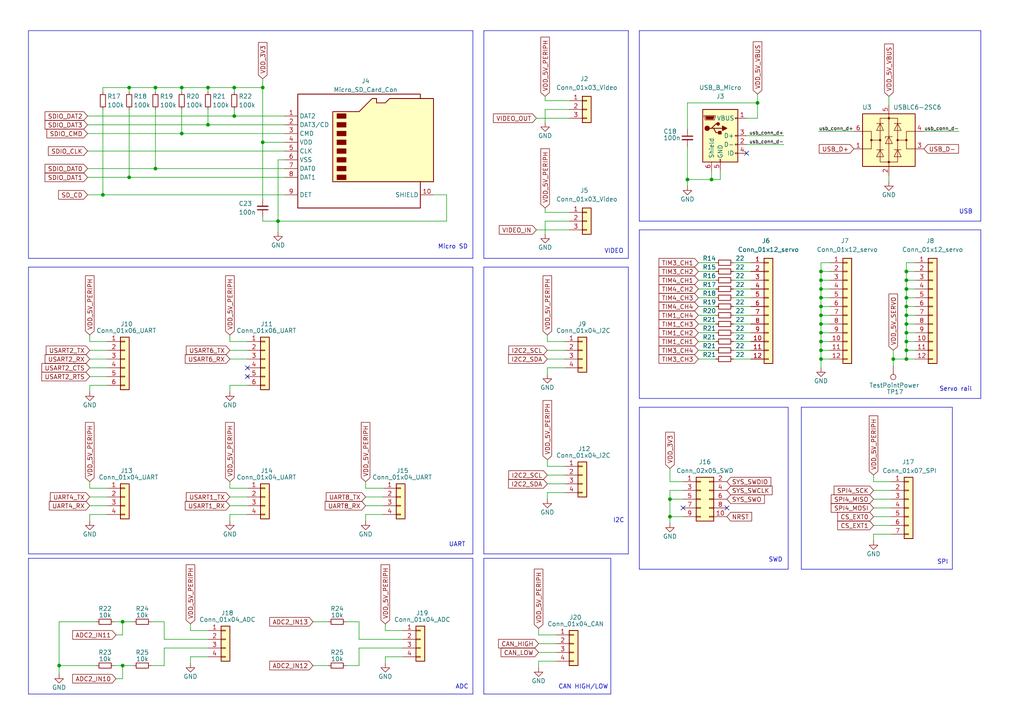
<source format=kicad_sch>
(kicad_sch (version 20230121) (generator eeschema)
  (paper "A4")
  (title_block (title "Royal Penguin") (date "2023-05-23") (rev "2.0"))
  (lib_symbols
    (symbol "Connector:Micro_SD_Card_Det1"
      (property "Reference" "J" (at -16.51 17.78 0))
      (property "Value" "Micro_SD_Card_Det1" (at 16.51 17.78 0))
      (symbol "Micro_SD_Card_Det1_1_1"
        (pin bidirectional line (at -22.86 10.16 0) (length 3.81) (name "DAT2") (number "1"))
        (pin passive line (at 20.32 -12.7 180) (length 3.81) (name "SHIELD") (number "10"))
        (pin bidirectional line (at -22.86 7.62 0) (length 3.81) (name "DAT3/CD") (number "2"))
        (pin input line (at -22.86 5.08 0) (length 3.81) (name "CMD") (number "3"))
        (pin power_in line (at -22.86 2.54 0) (length 3.81) (name "VDD") (number "4"))
        (pin input line (at -22.86 0 0) (length 3.81) (name "CLK") (number "5"))
        (pin power_in line (at -22.86 -2.54 0) (length 3.81) (name "VSS") (number "6"))
        (pin bidirectional line (at -22.86 -5.08 0) (length 3.81) (name "DAT0") (number "7"))
        (pin bidirectional line (at -22.86 -7.62 0) (length 3.81) (name "DAT1") (number "8"))
        (pin passive line (at -22.86 -12.7 0) (length 3.81) (name "DET") (number "9"))
      )
    )
    (symbol "Connector:TestPoint" (pin_numbers hide) (pin_names (offset 0.762) hide)
      (property "Reference" "TP" (at 0 6.858 0))
      (property "Value" "TestPoint" (at 0 5.08 0))
      (symbol "TestPoint_1_1"
        (pin passive line (at 0 0 90) (length 2.54) (name "1") (number "1"))
      )
    )
    (symbol "Connector:USB_B_Micro" (pin_names (offset 1.016))
      (property "Reference" "J" (at -5.08 11.43 0))
      (property "Value" "USB_B_Micro" (at -5.08 8.89 0))
      (symbol "USB_B_Micro_1_1"
        (pin power_out line (at 7.62 5.08 180) (length 2.54) (name "VBUS") (number "1"))
        (pin bidirectional line (at 7.62 -2.54 180) (length 2.54) (name "D-") (number "2"))
        (pin bidirectional line (at 7.62 0 180) (length 2.54) (name "D+") (number "3"))
        (pin passive line (at 7.62 -5.08 180) (length 2.54) (name "ID") (number "4"))
        (pin power_out line (at 0 -10.16 90) (length 2.54) (name "GND") (number "5"))
        (pin passive line (at -2.54 -10.16 90) (length 2.54) (name "Shield") (number "6"))
      )
    )
    (symbol "Connector_Generic:Conn_01x03" (pin_names (offset 1.016) hide)
      (property "Reference" "J" (at 0 5.08 0))
      (property "Value" "Conn_01x03" (at 0 -5.08 0))
      (symbol "Conn_01x03_1_1"
        (pin passive line (at -5.08 2.54 0) (length 3.81) (name "Pin_1") (number "1"))
        (pin passive line (at -5.08 0 0) (length 3.81) (name "Pin_2") (number "2"))
        (pin passive line (at -5.08 -2.54 0) (length 3.81) (name "Pin_3") (number "3"))
      )
    )
    (symbol "Connector_Generic:Conn_01x04" (pin_names (offset 1.016) hide)
      (property "Reference" "J" (at 0 5.08 0))
      (property "Value" "Conn_01x04" (at 0 -7.62 0))
      (symbol "Conn_01x04_1_1"
        (pin passive line (at -5.08 2.54 0) (length 3.81) (name "Pin_1") (number "1"))
        (pin passive line (at -5.08 0 0) (length 3.81) (name "Pin_2") (number "2"))
        (pin passive line (at -5.08 -2.54 0) (length 3.81) (name "Pin_3") (number "3"))
        (pin passive line (at -5.08 -5.08 0) (length 3.81) (name "Pin_4") (number "4"))
      )
    )
    (symbol "Connector_Generic:Conn_01x06" (pin_names (offset 1.016) hide)
      (property "Reference" "J" (at 0 7.62 0))
      (property "Value" "Conn_01x06" (at 0 -10.16 0))
      (symbol "Conn_01x06_1_1"
        (pin passive line (at -5.08 5.08 0) (length 3.81) (name "Pin_1") (number "1"))
        (pin passive line (at -5.08 2.54 0) (length 3.81) (name "Pin_2") (number "2"))
        (pin passive line (at -5.08 0 0) (length 3.81) (name "Pin_3") (number "3"))
        (pin passive line (at -5.08 -2.54 0) (length 3.81) (name "Pin_4") (number "4"))
        (pin passive line (at -5.08 -5.08 0) (length 3.81) (name "Pin_5") (number "5"))
        (pin passive line (at -5.08 -7.62 0) (length 3.81) (name "Pin_6") (number "6"))
      )
    )
    (symbol "Connector_Generic:Conn_01x07" (pin_names (offset 1.016) hide)
      (property "Reference" "J" (at 0 10.16 0))
      (property "Value" "Conn_01x07" (at 0 -10.16 0))
      (symbol "Conn_01x07_1_1"
        (pin passive line (at -5.08 7.62 0) (length 3.81) (name "Pin_1") (number "1"))
        (pin passive line (at -5.08 5.08 0) (length 3.81) (name "Pin_2") (number "2"))
        (pin passive line (at -5.08 2.54 0) (length 3.81) (name "Pin_3") (number "3"))
        (pin passive line (at -5.08 0 0) (length 3.81) (name "Pin_4") (number "4"))
        (pin passive line (at -5.08 -2.54 0) (length 3.81) (name "Pin_5") (number "5"))
        (pin passive line (at -5.08 -5.08 0) (length 3.81) (name "Pin_6") (number "6"))
        (pin passive line (at -5.08 -7.62 0) (length 3.81) (name "Pin_7") (number "7"))
      )
    )
    (symbol "Connector_Generic:Conn_01x12" (pin_names (offset 1.016) hide)
      (property "Reference" "J" (at 0 15.24 0))
      (property "Value" "Conn_01x12" (at 0 -17.78 0))
      (symbol "Conn_01x12_1_1"
        (pin passive line (at -5.08 12.7 0) (length 3.81) (name "Pin_1") (number "1"))
        (pin passive line (at -5.08 -10.16 0) (length 3.81) (name "Pin_10") (number "10"))
        (pin passive line (at -5.08 -12.7 0) (length 3.81) (name "Pin_11") (number "11"))
        (pin passive line (at -5.08 -15.24 0) (length 3.81) (name "Pin_12") (number "12"))
        (pin passive line (at -5.08 10.16 0) (length 3.81) (name "Pin_2") (number "2"))
        (pin passive line (at -5.08 7.62 0) (length 3.81) (name "Pin_3") (number "3"))
        (pin passive line (at -5.08 5.08 0) (length 3.81) (name "Pin_4") (number "4"))
        (pin passive line (at -5.08 2.54 0) (length 3.81) (name "Pin_5") (number "5"))
        (pin passive line (at -5.08 0 0) (length 3.81) (name "Pin_6") (number "6"))
        (pin passive line (at -5.08 -2.54 0) (length 3.81) (name "Pin_7") (number "7"))
        (pin passive line (at -5.08 -5.08 0) (length 3.81) (name "Pin_8") (number "8"))
        (pin passive line (at -5.08 -7.62 0) (length 3.81) (name "Pin_9") (number "9"))
      )
    )
    (symbol "Connector_Generic:Conn_02x05_Odd_Even" (pin_names (offset 1.016) hide)
      (property "Reference" "J" (at 1.27 7.62 0))
      (property "Value" "Conn_02x05_Odd_Even" (at 1.27 -7.62 0))
      (symbol "Conn_02x05_Odd_Even_1_1"
        (pin passive line (at -5.08 5.08 0) (length 3.81) (name "Pin_1") (number "1"))
        (pin passive line (at 7.62 -5.08 180) (length 3.81) (name "Pin_10") (number "10"))
        (pin passive line (at 7.62 5.08 180) (length 3.81) (name "Pin_2") (number "2"))
        (pin passive line (at -5.08 2.54 0) (length 3.81) (name "Pin_3") (number "3"))
        (pin passive line (at 7.62 2.54 180) (length 3.81) (name "Pin_4") (number "4"))
        (pin passive line (at -5.08 0 0) (length 3.81) (name "Pin_5") (number "5"))
        (pin passive line (at 7.62 0 180) (length 3.81) (name "Pin_6") (number "6"))
        (pin passive line (at -5.08 -2.54 0) (length 3.81) (name "Pin_7") (number "7"))
        (pin passive line (at 7.62 -2.54 180) (length 3.81) (name "Pin_8") (number "8"))
        (pin passive line (at -5.08 -5.08 0) (length 3.81) (name "Pin_9") (number "9"))
      )
    )
    (symbol "Device:C_Small" (pin_numbers hide) (pin_names (offset 0.254) hide)
      (property "Reference" "C" (at 0.254 1.778 0))
      (property "Value" "C_Small" (at 0.254 -2.032 0))
      (symbol "C_Small_1_1"
        (pin passive line (at 0 2.54 270) (length 2.032) (name "~") (number "1"))
        (pin passive line (at 0 -2.54 90) (length 2.032) (name "~") (number "2"))
      )
    )
    (symbol "Device:R_Small" (pin_numbers hide) (pin_names (offset 0.254) hide)
      (property "Reference" "R" (at 0.762 0.508 0))
      (property "Value" "R_Small" (at 0.762 -1.016 0))
      (symbol "R_Small_1_1"
        (pin passive line (at 0 2.54 270) (length 0.762) (name "~") (number "1"))
        (pin passive line (at 0 -2.54 90) (length 0.762) (name "~") (number "2"))
      )
    )
    (symbol "Power_Protection:USBLC6-2SC6" (pin_names hide)
      (property "Reference" "U" (at 2.54 8.89 0))
      (property "Value" "USBLC6-2SC6" (at 2.54 -8.89 0))
      (symbol "USBLC6-2SC6_1_1"
        (pin passive line (at -10.16 -2.54 0) (length 2.54) (name "I/O1") (number "1"))
        (pin passive line (at 0 -10.16 90) (length 2.54) (name "GND") (number "2"))
        (pin passive line (at 10.16 -2.54 180) (length 2.54) (name "I/O2") (number "3"))
        (pin passive line (at 10.16 2.54 180) (length 2.54) (name "I/O2") (number "4"))
        (pin passive line (at 0 10.16 270) (length 2.54) (name "VBUS") (number "5"))
        (pin passive line (at -10.16 2.54 0) (length 2.54) (name "I/O1") (number "6"))
      )
    )
    (symbol "power:GND" (power) (pin_names (offset 0))
      (property "Value" "GND" (at 0 -3.81 0))
      (symbol "GND_1_1"
        (pin power_in line (at 0 0 270) (length 0) hide (name "GND") (number "1"))
      )
    )
  )
  (junction (at 262.89 91.44))
  (junction (at 238.125 81.28))
  (junction (at 37.465 25.4))
  (junction (at 52.705 38.735))
  (junction (at 37.465 51.435))
  (junction (at 194.31 144.78))
  (junction (at 262.89 81.28))
  (junction (at 262.89 78.74))
  (junction (at 35.56 180.34))
  (junction (at 238.125 86.36))
  (junction (at 76.2 41.275))
  (junction (at 35.56 193.04))
  (junction (at 194.31 149.86))
  (junction (at 219.71 29.845))
  (junction (at 206.375 52.07))
  (junction (at 262.89 86.36))
  (junction (at 262.89 88.9))
  (junction (at 238.125 91.44))
  (junction (at 45.085 48.895))
  (junction (at 262.89 83.82))
  (junction (at 238.125 83.82))
  (junction (at 60.325 36.195))
  (junction (at 259.08 104.14))
  (junction (at 52.705 25.4))
  (junction (at 262.89 99.06))
  (junction (at 262.89 93.98))
  (junction (at 238.125 104.14))
  (junction (at 238.125 93.98))
  (junction (at 238.125 101.6))
  (junction (at 262.89 101.6))
  (junction (at 60.325 25.4))
  (junction (at 199.39 52.07))
  (junction (at 238.125 96.52))
  (junction (at 80.645 64.135))
  (junction (at 67.945 33.655))
  (junction (at 238.125 88.9))
  (junction (at 238.125 78.74))
  (junction (at 67.945 25.4))
  (junction (at 29.845 56.515))
  (junction (at 262.89 96.52))
  (junction (at 238.125 99.06))
  (junction (at 262.89 104.14))
  (junction (at 17.145 193.04))
  (junction (at 45.085 25.4))
  (junction (at 76.2 25.4))
  (no_connect (at 71.755 106.68))
  (no_connect (at 216.535 44.45))
  (no_connect (at 71.755 109.22))
  (no_connect (at 210.82 147.32))
  (no_connect (at 198.12 147.32))
  (polyline (pts (xy 185.42 118.11) (xy 228.6 118.11)))
  (wire (pts (xy 202.565 104.14) (xy 207.645 104.14)))
  (wire (pts (xy 240.665 78.74) (xy 238.125 78.74)))
  (wire (pts (xy 111.76 190.5) (xy 111.76 192.405)))
  (wire (pts (xy 26.035 149.225) (xy 26.035 151.13)))
  (wire (pts (xy 262.89 86.36) (xy 265.43 86.36)))
  (wire (pts (xy 194.31 144.78) (xy 198.12 144.78)))
  (wire (pts (xy 33.655 196.85) (xy 35.56 196.85)))
  (wire (pts (xy 106.045 139.7) (xy 106.045 141.605)))
  (polyline (pts (xy 8.255 161.925) (xy 137.16 161.925)))
  (wire (pts (xy 158.115 29.21) (xy 165.1 29.21)))
  (wire (pts (xy 262.89 86.36) (xy 262.89 88.9)))
  (wire (pts (xy 212.725 81.28) (xy 217.805 81.28)))
  (wire (pts (xy 25.4 43.815) (xy 82.55 43.815)))
  (wire (pts (xy 194.31 149.86) (xy 198.12 149.86)))
  (wire (pts (xy 25.4 56.515) (xy 29.845 56.515)))
  (wire (pts (xy 156.21 191.77) (xy 156.21 193.675)))
  (wire (pts (xy 238.125 104.14) (xy 238.125 106.68)))
  (wire (pts (xy 202.565 91.44) (xy 207.645 91.44)))
  (wire (pts (xy 67.945 25.4) (xy 67.945 26.67)))
  (wire (pts (xy 66.675 141.605) (xy 71.755 141.605)))
  (wire (pts (xy 262.89 104.14) (xy 265.43 104.14)))
  (wire (pts (xy 238.125 101.6) (xy 240.665 101.6)))
  (wire (pts (xy 29.845 31.75) (xy 29.845 56.515)))
  (wire (pts (xy 219.71 29.845) (xy 199.39 29.845)))
  (wire (pts (xy 238.125 78.74) (xy 238.125 81.28)))
  (wire (pts (xy 202.565 81.28) (xy 207.645 81.28)))
  (wire (pts (xy 35.56 193.04) (xy 38.735 193.04)))
  (polyline (pts (xy 177.165 161.925) (xy 177.165 201.295)))
  (wire (pts (xy 165.1 64.135) (xy 158.115 64.135)))
  (wire (pts (xy 37.465 31.75) (xy 37.465 51.435)))
  (wire (pts (xy 158.75 104.14) (xy 163.83 104.14)))
  (wire (pts (xy 238.125 91.44) (xy 240.665 91.44)))
  (wire (pts (xy 219.71 27.305) (xy 219.71 29.845)))
  (wire (pts (xy 212.725 78.74) (xy 217.805 78.74)))
  (wire (pts (xy 156.21 189.23) (xy 161.29 189.23)))
  (wire (pts (xy 212.725 91.44) (xy 217.805 91.44)))
  (wire (pts (xy 262.89 99.06) (xy 265.43 99.06)))
  (wire (pts (xy 253.365 139.7) (xy 258.445 139.7)))
  (wire (pts (xy 35.56 180.34) (xy 38.735 180.34)))
  (polyline (pts (xy 182.245 77.47) (xy 182.245 160.655)))
  (wire (pts (xy 52.705 38.735) (xy 82.55 38.735)))
  (wire (pts (xy 238.125 104.14) (xy 240.665 104.14)))
  (wire (pts (xy 66.675 144.145) (xy 71.755 144.145)))
  (wire (pts (xy 26.035 111.76) (xy 26.035 113.665)))
  (wire (pts (xy 238.125 91.44) (xy 238.125 93.98)))
  (wire (pts (xy 106.045 149.225) (xy 106.045 151.13)))
  (wire (pts (xy 35.56 180.34) (xy 35.56 184.15)))
  (wire (pts (xy 104.14 193.04) (xy 100.33 193.04)))
  (wire (pts (xy 60.325 25.4) (xy 52.705 25.4)))
  (wire (pts (xy 238.125 99.06) (xy 238.125 101.6)))
  (wire (pts (xy 25.4 33.655) (xy 67.945 33.655)))
  (wire (pts (xy 257.81 50.8) (xy 257.81 52.705)))
  (wire (pts (xy 212.725 96.52) (xy 217.805 96.52)))
  (wire (pts (xy 194.31 144.78) (xy 194.31 149.86)))
  (wire (pts (xy 47.625 185.42) (xy 60.325 185.42)))
  (wire (pts (xy 158.75 106.68) (xy 158.75 108.585)))
  (wire (pts (xy 47.625 187.96) (xy 47.625 193.04)))
  (wire (pts (xy 202.565 76.2) (xy 207.645 76.2)))
  (wire (pts (xy 29.845 56.515) (xy 82.55 56.515)))
  (wire (pts (xy 238.125 86.36) (xy 240.665 86.36)))
  (wire (pts (xy 202.565 83.82) (xy 207.645 83.82)))
  (wire (pts (xy 202.565 96.52) (xy 207.645 96.52)))
  (wire (pts (xy 253.365 144.78) (xy 258.445 144.78)))
  (wire (pts (xy 90.805 193.04) (xy 95.25 193.04)))
  (polyline (pts (xy 228.6 165.1) (xy 185.42 165.1)))
  (wire (pts (xy 158.75 133.35) (xy 158.75 135.255)))
  (wire (pts (xy 158.115 27.94) (xy 158.115 29.21)))
  (wire (pts (xy 278.13 38.1) (xy 267.97 38.1)))
  (wire (pts (xy 158.115 64.135) (xy 158.115 67.945)))
  (wire (pts (xy 66.675 99.06) (xy 71.755 99.06)))
  (wire (pts (xy 47.625 193.04) (xy 43.815 193.04)))
  (wire (pts (xy 111.76 182.88) (xy 116.84 182.88)))
  (wire (pts (xy 238.125 81.28) (xy 238.125 83.82)))
  (wire (pts (xy 238.125 93.98) (xy 240.665 93.98)))
  (wire (pts (xy 26.035 99.06) (xy 31.115 99.06)))
  (wire (pts (xy 206.375 52.07) (xy 208.915 52.07)))
  (wire (pts (xy 82.55 41.275) (xy 76.2 41.275)))
  (wire (pts (xy 257.81 27.94) (xy 257.81 30.48)))
  (wire (pts (xy 253.365 152.4) (xy 258.445 152.4)))
  (wire (pts (xy 60.325 31.75) (xy 60.325 36.195)))
  (wire (pts (xy 129.54 64.135) (xy 129.54 56.515)))
  (wire (pts (xy 238.125 76.2) (xy 238.125 78.74)))
  (wire (pts (xy 90.805 180.34) (xy 95.25 180.34)))
  (wire (pts (xy 158.75 101.6) (xy 163.83 101.6)))
  (wire (pts (xy 76.2 22.86) (xy 76.2 25.4)))
  (wire (pts (xy 76.2 25.4) (xy 67.945 25.4)))
  (polyline (pts (xy 185.42 64.135) (xy 284.48 64.135)))
  (wire (pts (xy 253.365 137.795) (xy 253.365 139.7)))
  (wire (pts (xy 238.125 88.9) (xy 238.125 91.44)))
  (wire (pts (xy 80.645 64.135) (xy 80.645 67.31)))
  (wire (pts (xy 26.035 139.7) (xy 26.035 141.605)))
  (wire (pts (xy 26.035 97.155) (xy 26.035 99.06)))
  (wire (pts (xy 199.39 42.545) (xy 199.39 52.07)))
  (wire (pts (xy 216.535 41.91) (xy 227.33 41.91)))
  (polyline (pts (xy 140.335 160.655) (xy 140.335 77.47)))
  (wire (pts (xy 259.08 101.6) (xy 259.08 104.14)))
  (wire (pts (xy 194.31 139.7) (xy 198.12 139.7)))
  (wire (pts (xy 31.115 149.225) (xy 26.035 149.225)))
  (wire (pts (xy 104.14 187.96) (xy 104.14 193.04)))
  (wire (pts (xy 25.4 48.895) (xy 45.085 48.895)))
  (wire (pts (xy 45.085 25.4) (xy 45.085 26.67)))
  (wire (pts (xy 66.675 149.225) (xy 66.675 151.13)))
  (wire (pts (xy 71.755 149.225) (xy 66.675 149.225)))
  (polyline (pts (xy 284.48 8.89) (xy 284.48 64.135)))
  (wire (pts (xy 158.75 137.795) (xy 163.83 137.795)))
  (wire (pts (xy 216.535 39.37) (xy 227.33 39.37)))
  (wire (pts (xy 67.945 33.655) (xy 82.55 33.655)))
  (polyline (pts (xy 137.16 77.47) (xy 137.16 160.655)))
  (wire (pts (xy 26.035 146.685) (xy 31.115 146.685)))
  (wire (pts (xy 26.035 104.14) (xy 31.115 104.14)))
  (polyline (pts (xy 140.335 161.925) (xy 140.335 201.295)))
  (wire (pts (xy 80.645 64.135) (xy 129.54 64.135)))
  (wire (pts (xy 52.705 31.75) (xy 52.705 38.735)))
  (wire (pts (xy 206.375 49.53) (xy 206.375 52.07)))
  (wire (pts (xy 212.725 104.14) (xy 217.805 104.14)))
  (polyline (pts (xy 8.255 77.47) (xy 137.16 77.47)))
  (wire (pts (xy 238.125 101.6) (xy 238.125 104.14)))
  (wire (pts (xy 104.14 185.42) (xy 116.84 185.42)))
  (wire (pts (xy 66.675 139.7) (xy 66.675 141.605)))
  (wire (pts (xy 33.02 193.04) (xy 35.56 193.04)))
  (wire (pts (xy 47.625 187.96) (xy 60.325 187.96)))
  (wire (pts (xy 202.565 93.98) (xy 207.645 93.98)))
  (wire (pts (xy 66.675 111.76) (xy 66.675 113.665)))
  (polyline (pts (xy 137.16 74.93) (xy 137.16 8.89)))
  (polyline (pts (xy 232.41 118.11) (xy 276.225 118.11)))
  (wire (pts (xy 202.565 101.6) (xy 207.645 101.6)))
  (wire (pts (xy 158.75 99.06) (xy 163.83 99.06)))
  (polyline (pts (xy 140.335 8.89) (xy 140.335 74.93)))
  (polyline (pts (xy 182.245 74.93) (xy 140.335 74.93)))
  (wire (pts (xy 26.035 141.605) (xy 31.115 141.605)))
  (polyline (pts (xy 140.335 161.925) (xy 177.165 161.925)))
  (wire (pts (xy 262.89 101.6) (xy 262.89 104.14)))
  (wire (pts (xy 37.465 25.4) (xy 29.845 25.4)))
  (wire (pts (xy 202.565 86.36) (xy 207.645 86.36)))
  (wire (pts (xy 212.725 83.82) (xy 217.805 83.82)))
  (wire (pts (xy 45.085 31.75) (xy 45.085 48.895)))
  (wire (pts (xy 37.465 25.4) (xy 37.465 26.67)))
  (wire (pts (xy 76.2 41.275) (xy 76.2 57.785)))
  (wire (pts (xy 262.89 91.44) (xy 265.43 91.44)))
  (wire (pts (xy 238.125 81.28) (xy 240.665 81.28)))
  (wire (pts (xy 66.675 104.14) (xy 71.755 104.14)))
  (wire (pts (xy 26.035 101.6) (xy 31.115 101.6)))
  (polyline (pts (xy 8.255 161.925) (xy 8.255 201.295)))
  (wire (pts (xy 55.245 190.5) (xy 55.245 192.405)))
  (wire (pts (xy 238.125 96.52) (xy 238.125 99.06)))
  (wire (pts (xy 247.65 38.1) (xy 237.49 38.1)))
  (wire (pts (xy 265.43 76.2) (xy 262.89 76.2)))
  (polyline (pts (xy 232.41 165.1) (xy 276.225 165.1)))
  (wire (pts (xy 262.89 88.9) (xy 262.89 91.44)))
  (polyline (pts (xy 177.165 201.295) (xy 140.335 201.295)))
  (polyline (pts (xy 232.41 165.1) (xy 232.41 118.11)))
  (polyline (pts (xy 185.42 8.89) (xy 284.48 8.89)))
  (wire (pts (xy 55.245 180.975) (xy 55.245 182.88)))
  (wire (pts (xy 71.755 111.76) (xy 66.675 111.76)))
  (wire (pts (xy 156.21 184.15) (xy 161.29 184.15)))
  (wire (pts (xy 80.645 46.355) (xy 80.645 64.135)))
  (wire (pts (xy 161.29 191.77) (xy 156.21 191.77)))
  (polyline (pts (xy 8.255 8.89) (xy 8.255 74.93)))
  (wire (pts (xy 158.115 61.595) (xy 165.1 61.595)))
  (wire (pts (xy 194.31 142.24) (xy 194.31 144.78)))
  (polyline (pts (xy 185.42 64.135) (xy 185.42 8.89)))
  (wire (pts (xy 60.325 36.195) (xy 82.55 36.195)))
  (wire (pts (xy 29.845 25.4) (xy 29.845 26.67)))
  (polyline (pts (xy 137.16 8.89) (xy 8.255 8.89)))
  (wire (pts (xy 212.725 88.9) (xy 217.805 88.9)))
  (wire (pts (xy 262.89 96.52) (xy 262.89 99.06)))
  (wire (pts (xy 66.675 97.155) (xy 66.675 99.06)))
  (wire (pts (xy 198.12 142.24) (xy 194.31 142.24)))
  (polyline (pts (xy 284.48 115.57) (xy 185.42 115.57)))
  (wire (pts (xy 17.145 180.34) (xy 17.145 193.04)))
  (wire (pts (xy 155.575 66.675) (xy 165.1 66.675)))
  (wire (pts (xy 47.625 185.42) (xy 47.625 180.34)))
  (polyline (pts (xy 140.335 8.89) (xy 182.245 8.89)))
  (wire (pts (xy 106.045 144.145) (xy 111.125 144.145)))
  (wire (pts (xy 262.89 99.06) (xy 262.89 101.6)))
  (wire (pts (xy 265.43 78.74) (xy 262.89 78.74)))
  (wire (pts (xy 199.39 52.07) (xy 206.375 52.07)))
  (wire (pts (xy 55.245 182.88) (xy 60.325 182.88)))
  (wire (pts (xy 212.725 93.98) (xy 217.805 93.98)))
  (wire (pts (xy 17.145 193.04) (xy 27.94 193.04)))
  (wire (pts (xy 262.89 96.52) (xy 265.43 96.52)))
  (wire (pts (xy 212.725 101.6) (xy 217.805 101.6)))
  (wire (pts (xy 262.89 93.98) (xy 265.43 93.98)))
  (wire (pts (xy 116.84 190.5) (xy 111.76 190.5)))
  (wire (pts (xy 52.705 25.4) (xy 45.085 25.4)))
  (wire (pts (xy 104.14 185.42) (xy 104.14 180.34)))
  (wire (pts (xy 262.89 81.28) (xy 262.89 83.82)))
  (wire (pts (xy 199.39 29.845) (xy 199.39 37.465)))
  (wire (pts (xy 262.89 83.82) (xy 265.43 83.82)))
  (wire (pts (xy 199.39 52.07) (xy 199.39 53.975)))
  (wire (pts (xy 45.085 25.4) (xy 37.465 25.4)))
  (wire (pts (xy 253.365 147.32) (xy 258.445 147.32)))
  (wire (pts (xy 262.89 78.74) (xy 262.89 81.28)))
  (polyline (pts (xy 8.255 77.47) (xy 8.255 160.655)))
  (wire (pts (xy 31.115 111.76) (xy 26.035 111.76)))
  (wire (pts (xy 37.465 51.435) (xy 82.55 51.435)))
  (wire (pts (xy 111.125 149.225) (xy 106.045 149.225)))
  (wire (pts (xy 158.75 142.875) (xy 158.75 144.78)))
  (polyline (pts (xy 140.335 77.47) (xy 182.245 77.47)))
  (wire (pts (xy 66.675 146.685) (xy 71.755 146.685)))
  (wire (pts (xy 238.125 83.82) (xy 240.665 83.82)))
  (wire (pts (xy 158.75 135.255) (xy 163.83 135.255)))
  (wire (pts (xy 262.89 91.44) (xy 262.89 93.98)))
  (wire (pts (xy 262.89 81.28) (xy 265.43 81.28)))
  (wire (pts (xy 238.125 93.98) (xy 238.125 96.52)))
  (polyline (pts (xy 137.16 201.295) (xy 8.255 201.295)))
  (wire (pts (xy 52.705 25.4) (xy 52.705 26.67)))
  (polyline (pts (xy 185.42 118.11) (xy 185.42 165.1)))
  (polyline (pts (xy 284.48 66.675) (xy 284.48 115.57)))
  (wire (pts (xy 156.21 186.69) (xy 161.29 186.69)))
  (polyline (pts (xy 137.16 161.925) (xy 137.16 201.295)))
  (wire (pts (xy 238.125 99.06) (xy 240.665 99.06)))
  (wire (pts (xy 194.31 149.86) (xy 194.31 151.765)))
  (wire (pts (xy 238.125 83.82) (xy 238.125 86.36)))
  (polyline (pts (xy 140.335 160.655) (xy 182.245 160.655)))
  (wire (pts (xy 212.725 99.06) (xy 217.805 99.06)))
  (wire (pts (xy 67.945 25.4) (xy 60.325 25.4)))
  (wire (pts (xy 80.645 64.135) (xy 76.2 64.135)))
  (wire (pts (xy 111.76 180.975) (xy 111.76 182.88)))
  (wire (pts (xy 67.945 31.75) (xy 67.945 33.655)))
  (wire (pts (xy 253.365 142.24) (xy 258.445 142.24)))
  (wire (pts (xy 158.75 97.155) (xy 158.75 99.06)))
  (polyline (pts (xy 228.6 118.11) (xy 228.6 165.1)))
  (wire (pts (xy 262.89 83.82) (xy 262.89 86.36)))
  (wire (pts (xy 47.625 180.34) (xy 43.815 180.34)))
  (wire (pts (xy 202.565 99.06) (xy 207.645 99.06)))
  (wire (pts (xy 262.89 88.9) (xy 265.43 88.9)))
  (polyline (pts (xy 182.245 8.89) (xy 182.245 74.93)))
  (wire (pts (xy 212.725 76.2) (xy 217.805 76.2)))
  (polyline (pts (xy 185.42 66.675) (xy 185.42 115.57)))
  (wire (pts (xy 165.1 31.75) (xy 158.115 31.75)))
  (wire (pts (xy 106.045 146.685) (xy 111.125 146.685)))
  (wire (pts (xy 25.4 51.435) (xy 37.465 51.435)))
  (wire (pts (xy 238.125 96.52) (xy 240.665 96.52)))
  (wire (pts (xy 208.915 49.53) (xy 208.915 52.07)))
  (wire (pts (xy 262.89 93.98) (xy 262.89 96.52)))
  (wire (pts (xy 104.14 180.34) (xy 100.33 180.34)))
  (wire (pts (xy 17.145 193.04) (xy 17.145 195.58)))
  (wire (pts (xy 158.115 60.325) (xy 158.115 61.595)))
  (wire (pts (xy 25.4 36.195) (xy 60.325 36.195)))
  (wire (pts (xy 25.4 38.735) (xy 52.705 38.735)))
  (wire (pts (xy 202.565 78.74) (xy 207.645 78.74)))
  (wire (pts (xy 258.445 154.94) (xy 253.365 154.94)))
  (wire (pts (xy 106.045 141.605) (xy 111.125 141.605)))
  (wire (pts (xy 262.89 76.2) (xy 262.89 78.74)))
  (wire (pts (xy 35.56 193.04) (xy 35.56 196.85)))
  (wire (pts (xy 259.08 104.14) (xy 259.08 106.045)))
  (wire (pts (xy 33.02 180.34) (xy 35.56 180.34)))
  (wire (pts (xy 240.665 76.2) (xy 238.125 76.2)))
  (wire (pts (xy 129.54 56.515) (xy 125.73 56.515)))
  (wire (pts (xy 26.035 109.22) (xy 31.115 109.22)))
  (wire (pts (xy 66.675 101.6) (xy 71.755 101.6)))
  (wire (pts (xy 216.535 34.29) (xy 219.71 34.29)))
  (wire (pts (xy 219.71 34.29) (xy 219.71 29.845)))
  (wire (pts (xy 253.365 154.94) (xy 253.365 156.845)))
  (wire (pts (xy 26.035 106.68) (xy 31.115 106.68)))
  (wire (pts (xy 238.125 88.9) (xy 240.665 88.9)))
  (polyline (pts (xy 8.255 74.93) (xy 137.16 74.93)))
  (wire (pts (xy 158.75 140.335) (xy 163.83 140.335)))
  (wire (pts (xy 202.565 88.9) (xy 207.645 88.9)))
  (polyline (pts (xy 137.16 160.655) (xy 8.255 160.655)))
  (wire (pts (xy 262.89 104.14) (xy 259.08 104.14)))
  (wire (pts (xy 163.83 142.875) (xy 158.75 142.875)))
  (polyline (pts (xy 276.225 118.11) (xy 276.225 165.1)))
  (wire (pts (xy 76.2 25.4) (xy 76.2 41.275)))
  (wire (pts (xy 26.035 144.145) (xy 31.115 144.145)))
  (wire (pts (xy 253.365 149.86) (xy 258.445 149.86)))
  (wire (pts (xy 194.31 135.89) (xy 194.31 139.7)))
  (wire (pts (xy 156.21 182.245) (xy 156.21 184.15)))
  (wire (pts (xy 262.89 101.6) (xy 265.43 101.6)))
  (wire (pts (xy 158.115 31.75) (xy 158.115 35.56)))
  (wire (pts (xy 163.83 106.68) (xy 158.75 106.68)))
  (wire (pts (xy 238.125 86.36) (xy 238.125 88.9)))
  (wire (pts (xy 27.94 180.34) (xy 17.145 180.34)))
  (wire (pts (xy 76.2 64.135) (xy 76.2 62.865)))
  (wire (pts (xy 45.085 48.895) (xy 82.55 48.895)))
  (wire (pts (xy 155.575 34.29) (xy 165.1 34.29)))
  (wire (pts (xy 60.325 25.4) (xy 60.325 26.67)))
  (wire (pts (xy 33.655 184.15) (xy 35.56 184.15)))
  (wire (pts (xy 212.725 86.36) (xy 217.805 86.36)))
  (polyline (pts (xy 185.42 66.675) (xy 284.48 66.675)))
  (wire (pts (xy 80.645 46.355) (xy 82.55 46.355)))
  (wire (pts (xy 104.14 187.96) (xy 116.84 187.96)))
  (wire (pts (xy 60.325 190.5) (xy 55.245 190.5)))
  (text "CAN HIGH/LOW" (at 161.925 200.025 0) (effects (font (size 1.27 1.27)) (justify left bottom)))
  (text "SPI" (at 271.78 163.83 0) (effects (font (size 1.27 1.27)) (justify left bottom)))
  (text "SWD" (at 222.885 163.195 0) (effects (font (size 1.27 1.27)) (justify left bottom)))
  (text "VIDEO" (at 175.26 73.66 0) (effects (font (size 1.27 1.27)) (justify left bottom)))
  (text "Servo rail" (at 272.415 113.665 0) (effects (font (size 1.27 1.27)) (justify left bottom)))
  (text "I2C" (at 177.8 151.765 0) (effects (font (size 1.27 1.27)) (justify left bottom)))
  (text "ADC" (at 132.08 200.025 0) (effects (font (size 1.27 1.27)) (justify left bottom)))
  (text "Micro SD" (at 127 72.39 0) (effects (font (size 1.27 1.27)) (justify left bottom)))
  (text "UART" (at 130.175 158.75 0) (effects (font (size 1.27 1.27)) (justify left bottom)))
  (text "USB" (at 278.13 62.23 0) (effects (font (size 1.27 1.27)) (justify left bottom)))
  (label "usb_conn_d-" (at 278.13 38.1 180) (effects (font (size 1 1))))
  (label "usb_conn_d-" (at 227.33 41.91 180) (effects (font (size 1 1))))
  (label "usb_conn_d+" (at 237.49 38.1 0) (effects (font (size 1 1))))
  (label "usb_conn_d+" (at 227.33 39.37 180) (effects (font (size 1 1))))
  (global_label "TIM4_CH3" (shape input) (at 202.565 86.36 180) (property "Intersheetrefs" "${INTERSHEET_REFS}" (effects hide)))
  (global_label "SYS_SWDIO" (shape input) (at 210.82 139.7 0) (property "Intersheetrefs" "${INTERSHEET_REFS}" (effects hide)))
  (global_label "I2C2_SCL" (shape input) (at 158.75 137.795 180) (property "Intersheetrefs" "${INTERSHEET_REFS}" (effects hide)))
  (global_label "VDD_5V_PERIPH" (shape input) (at 106.045 139.7 90) (property "Intersheetrefs" "${INTERSHEET_REFS}" (effects hide)))
  (global_label "SDIO_DAT0" (shape input) (at 25.4 48.895 180) (property "Intersheetrefs" "${INTERSHEET_REFS}" (effects hide)))
  (global_label "SYS_SWO" (shape input) (at 210.82 144.78 0) (property "Intersheetrefs" "${INTERSHEET_REFS}" (effects hide)))
  (global_label "UART4_RX" (shape input) (at 26.035 146.685 180) (property "Intersheetrefs" "${INTERSHEET_REFS}" (effects hide)))
  (global_label "TIM1_CH1" (shape input) (at 202.565 99.06 180) (property "Intersheetrefs" "${INTERSHEET_REFS}" (effects hide)))
  (global_label "USART2_RX" (shape input) (at 26.035 104.14 180) (property "Intersheetrefs" "${INTERSHEET_REFS}" (effects hide)))
  (global_label "TIM4_CH4" (shape input) (at 202.565 88.9 180) (property "Intersheetrefs" "${INTERSHEET_REFS}" (effects hide)))
  (global_label "UART4_TX" (shape input) (at 26.035 144.145 180) (property "Intersheetrefs" "${INTERSHEET_REFS}" (effects hide)))
  (global_label "SPI4_MOSI" (shape input) (at 253.365 147.32 180) (property "Intersheetrefs" "${INTERSHEET_REFS}" (effects hide)))
  (global_label "TIM4_CH1" (shape input) (at 202.565 81.28 180) (property "Intersheetrefs" "${INTERSHEET_REFS}" (effects hide)))
  (global_label "SPI4_MISO" (shape input) (at 253.365 144.78 180) (property "Intersheetrefs" "${INTERSHEET_REFS}" (effects hide)))
  (global_label "UART8_TX" (shape input) (at 106.045 144.145 180) (property "Intersheetrefs" "${INTERSHEET_REFS}" (effects hide)))
  (global_label "I2C2_SDA" (shape input) (at 158.75 104.14 180) (property "Intersheetrefs" "${INTERSHEET_REFS}" (effects hide)))
  (global_label "USART6_RX" (shape input) (at 66.675 104.14 180) (property "Intersheetrefs" "${INTERSHEET_REFS}" (effects hide)))
  (global_label "VDD_5V_PERIPH" (shape input) (at 111.76 180.975 90) (property "Intersheetrefs" "${INTERSHEET_REFS}" (effects hide)))
  (global_label "ADC2_IN13" (shape input) (at 90.805 180.34 180) (property "Intersheetrefs" "${INTERSHEET_REFS}" (effects hide)))
  (global_label "TIM4_CH2" (shape input) (at 202.565 83.82 180) (property "Intersheetrefs" "${INTERSHEET_REFS}" (effects hide)))
  (global_label "CAN_HIGH" (shape input) (at 156.21 186.69 180) (property "Intersheetrefs" "${INTERSHEET_REFS}" (effects hide)))
  (global_label "VDD_5V_PERIPH" (shape input) (at 158.115 27.94 90) (property "Intersheetrefs" "${INTERSHEET_REFS}" (effects hide)))
  (global_label "SDIO_CLK" (shape input) (at 25.4 43.815 180) (property "Intersheetrefs" "${INTERSHEET_REFS}" (effects hide)))
  (global_label "UART8_RX" (shape input) (at 106.045 146.685 180) (property "Intersheetrefs" "${INTERSHEET_REFS}" (effects hide)))
  (global_label "USART6_TX" (shape input) (at 66.675 101.6 180) (property "Intersheetrefs" "${INTERSHEET_REFS}" (effects hide)))
  (global_label "USART2_TX" (shape input) (at 26.035 101.6 180) (property "Intersheetrefs" "${INTERSHEET_REFS}" (effects hide)))
  (global_label "USB_D+" (shape input) (at 247.65 43.18 180) (property "Intersheetrefs" "${INTERSHEET_REFS}" (effects hide)))
  (global_label "VDD_5V_PERIPH" (shape input) (at 158.75 97.155 90) (property "Intersheetrefs" "${INTERSHEET_REFS}" (effects hide)))
  (global_label "VDD_5V_PERIPH" (shape input) (at 158.75 133.35 90) (property "Intersheetrefs" "${INTERSHEET_REFS}" (effects hide)))
  (global_label "VDD_5V_PERIPH" (shape input) (at 26.035 97.155 90) (property "Intersheetrefs" "${INTERSHEET_REFS}" (effects hide)))
  (global_label "VDD_5V_VBUS" (shape input) (at 257.81 27.94 90) (property "Intersheetrefs" "${INTERSHEET_REFS}" (effects hide)))
  (global_label "I2C2_SDA" (shape input) (at 158.75 140.335 180) (property "Intersheetrefs" "${INTERSHEET_REFS}" (effects hide)))
  (global_label "VDD_5V_PERIPH" (shape input) (at 26.035 139.7 90) (property "Intersheetrefs" "${INTERSHEET_REFS}" (effects hide)))
  (global_label "TIM1_CH3" (shape input) (at 202.565 93.98 180) (property "Intersheetrefs" "${INTERSHEET_REFS}" (effects hide)))
  (global_label "SYS_SWCLK" (shape input) (at 210.82 142.24 0) (property "Intersheetrefs" "${INTERSHEET_REFS}" (effects hide)))
  (global_label "SDIO_CMD" (shape input) (at 25.4 38.735 180) (property "Intersheetrefs" "${INTERSHEET_REFS}" (effects hide)))
  (global_label "SDIO_DAT3" (shape input) (at 25.4 36.195 180) (property "Intersheetrefs" "${INTERSHEET_REFS}" (effects hide)))
  (global_label "USART2_RTS" (shape input) (at 26.035 109.22 180) (property "Intersheetrefs" "${INTERSHEET_REFS}" (effects hide)))
  (global_label "USART1_TX" (shape input) (at 66.675 144.145 180) (property "Intersheetrefs" "${INTERSHEET_REFS}" (effects hide)))
  (global_label "VIDEO_IN" (shape input) (at 155.575 66.675 180) (property "Intersheetrefs" "${INTERSHEET_REFS}" (effects hide)))
  (global_label "VDD_5V_PERIPH" (shape input) (at 55.245 180.975 90) (property "Intersheetrefs" "${INTERSHEET_REFS}" (effects hide)))
  (global_label "VDD_5V_PERIPH" (shape input) (at 66.675 97.155 90) (property "Intersheetrefs" "${INTERSHEET_REFS}" (effects hide)))
  (global_label "TIM3_CH2" (shape input) (at 202.565 78.74 180) (property "Intersheetrefs" "${INTERSHEET_REFS}" (effects hide)))
  (global_label "TIM1_CH4" (shape input) (at 202.565 91.44 180) (property "Intersheetrefs" "${INTERSHEET_REFS}" (effects hide)))
  (global_label "TIM3_CH1" (shape input) (at 202.565 76.2 180) (property "Intersheetrefs" "${INTERSHEET_REFS}" (effects hide)))
  (global_label "VDD_5V_VBUS" (shape input) (at 219.71 27.305 90) (property "Intersheetrefs" "${INTERSHEET_REFS}" (effects hide)))
  (global_label "VDD_5V_PERIPH" (shape input) (at 156.21 182.245 90) (property "Intersheetrefs" "${INTERSHEET_REFS}" (effects hide)))
  (global_label "CS_EXT1" (shape input) (at 253.365 152.4 180) (property "Intersheetrefs" "${INTERSHEET_REFS}" (effects hide)))
  (global_label "TIM3_CH4" (shape input) (at 202.565 101.6 180) (property "Intersheetrefs" "${INTERSHEET_REFS}" (effects hide)))
  (global_label "USART2_CTS" (shape input) (at 26.035 106.68 180) (property "Intersheetrefs" "${INTERSHEET_REFS}" (effects hide)))
  (global_label "VDD_5V_SERVO" (shape input) (at 259.08 101.6 90) (property "Intersheetrefs" "${INTERSHEET_REFS}" (effects hide)))
  (global_label "SDIO_DAT1" (shape input) (at 25.4 51.435 180) (property "Intersheetrefs" "${INTERSHEET_REFS}" (effects hide)))
  (global_label "VDD_3V3" (shape input) (at 76.2 22.86 90) (property "Intersheetrefs" "${INTERSHEET_REFS}" (effects hide)))
  (global_label "TIM1_CH2" (shape input) (at 202.565 96.52 180) (property "Intersheetrefs" "${INTERSHEET_REFS}" (effects hide)))
  (global_label "VDD_5V_PERIPH" (shape input) (at 66.675 139.7 90) (property "Intersheetrefs" "${INTERSHEET_REFS}" (effects hide)))
  (global_label "SPI4_SCK" (shape input) (at 253.365 142.24 180) (property "Intersheetrefs" "${INTERSHEET_REFS}" (effects hide)))
  (global_label "ADC2_IN10" (shape input) (at 33.655 196.85 180) (property "Intersheetrefs" "${INTERSHEET_REFS}" (effects hide)))
  (global_label "SDIO_DAT2" (shape input) (at 25.4 33.655 180) (property "Intersheetrefs" "${INTERSHEET_REFS}" (effects hide)))
  (global_label "VDD_5V_PERIPH" (shape input) (at 253.365 137.795 90) (property "Intersheetrefs" "${INTERSHEET_REFS}" (effects hide)))
  (global_label "VDD_5V_PERIPH" (shape input) (at 158.115 60.325 90) (property "Intersheetrefs" "${INTERSHEET_REFS}" (effects hide)))
  (global_label "VIDEO_OUT" (shape input) (at 155.575 34.29 180) (property "Intersheetrefs" "${INTERSHEET_REFS}" (effects hide)))
  (global_label "TIM3_CH3" (shape input) (at 202.565 104.14 180) (property "Intersheetrefs" "${INTERSHEET_REFS}" (effects hide)))
  (global_label "USART1_RX" (shape input) (at 66.675 146.685 180) (property "Intersheetrefs" "${INTERSHEET_REFS}" (effects hide)))
  (global_label "ADC2_IN11" (shape input) (at 33.655 184.15 180) (property "Intersheetrefs" "${INTERSHEET_REFS}" (effects hide)))
  (global_label "USB_D-" (shape input) (at 267.97 43.18 0) (property "Intersheetrefs" "${INTERSHEET_REFS}" (effects hide)))
  (global_label "CAN_LOW" (shape input) (at 156.21 189.23 180) (property "Intersheetrefs" "${INTERSHEET_REFS}" (effects hide)))
  (global_label "NRST" (shape input) (at 210.82 149.86 0) (property "Intersheetrefs" "${INTERSHEET_REFS}" (effects hide)))
  (global_label "VDD_3V3" (shape input) (at 194.31 135.89 90) (property "Intersheetrefs" "${INTERSHEET_REFS}" (effects hide)))
  (global_label "SD_CD" (shape input) (at 25.4 56.515 180) (property "Intersheetrefs" "${INTERSHEET_REFS}" (effects hide)))
  (global_label "I2C2_SCL" (shape input) (at 158.75 101.6 180) (property "Intersheetrefs" "${INTERSHEET_REFS}" (effects hide)))
  (global_label "CS_EXT0" (shape input) (at 253.365 149.86 180) (property "Intersheetrefs" "${INTERSHEET_REFS}" (effects hide)))
  (global_label "ADC2_IN12" (shape input) (at 90.805 193.04 180) (property "Intersheetrefs" "${INTERSHEET_REFS}" (effects hide)))
  (symbol (lib_id "power:GND") (at 55.245 192.405 0) (unit 1)
    (property "Reference" "#PWR029" (effects hide))
    (property "Value" "GND" (at 55.245 196.215 0))
  )
  (symbol (lib_id "Device:C_Small") (at 199.39 40.005 0) (unit 1)
    (property "Reference" "C18" (at 192.405 38.1 0) (effects (justify left)))
    (property "Value" "100n" (at 192.405 40.005 0) (effects (justify left)))
    (property "Footprint" "Capacitor_SMD:C_0603_1608Metric" (effects hide))
    (instances (project "1.3" (path "" (reference "C18") (unit 1))) (project "2.0" (path "" (reference "C22") (unit 1))))
  )
  (symbol (lib_id "Device:R_Small") (at 97.79 193.04 90) (unit 1)
    (property "Reference" "R25" (at 97.79 189.23 90))
    (property "Value" "10k" (at 97.79 191.135 90))
    (property "Footprint" "Resistor_SMD:R_0603_1608Metric" (effects hide))
    (instances (project "connectors" (path "" (reference "R25") (unit 1))) (project "2.0" (path "" (reference "R40") (unit 1))))
  )
  (symbol (lib_id "power:GND") (at 66.675 113.665 0) (unit 1)
    (property "Reference" "#PWR022" (effects hide))
    (property "Value" "GND" (at 66.675 117.475 0))
  )
  (symbol (lib_id "Device:R_Small") (at 45.085 29.21 0) (unit 1)
    (property "Reference" "R19" (at 46.355 27.94 0) (effects (justify left)))
    (property "Value" "100k" (at 46.355 30.48 0) (effects (justify left)))
    (property "Footprint" "Resistor_SMD:R_0603_1608Metric" (effects hide))
  )
  (symbol (lib_id "power:GND") (at 194.31 151.765 0) (unit 1)
    (property "Reference" "#PWR027" (effects hide))
    (property "Value" "GND" (at 194.31 155.575 0))
  )
  (symbol (lib_id "Connector_Generic:Conn_01x04") (at 65.405 185.42 0) (unit 1)
    (property "Reference" "J18" (at 64.135 177.8 0) (effects (justify left)))
    (property "Value" "Conn_01x04_ADC" (at 57.785 179.705 0) (effects (justify left)))
    (property "Footprint" "Connector_Molex:Molex_PicoBlade_53047-0410_1x04_P1.25mm_Vertical" (effects hide))
  )
  (symbol (lib_id "Connector_Generic:Conn_01x04") (at 36.195 144.145 0) (unit 1)
    (property "Reference" "J13" (at 34.925 136.525 0) (effects (justify left)))
    (property "Value" "Conn_01x04_UART" (at 28.575 138.43 0) (effects (justify left)))
    (property "Footprint" "Connector_Molex:Molex_PicoBlade_53047-0410_1x04_P1.25mm_Vertical" (effects hide))
  )
  (symbol (lib_id "Device:R_Small") (at 30.48 180.34 90) (unit 1)
    (property "Reference" "R22" (at 30.48 176.53 90))
    (property "Value" "10k" (at 30.48 178.435 90))
    (property "Footprint" "Resistor_SMD:R_0603_1608Metric" (effects hide))
    (instances (project "connectors" (path "" (reference "R22") (unit 1))) (project "2.0" (path "" (reference "R35") (unit 1))))
  )
  (symbol (lib_id "Connector_Generic:Conn_01x03") (at 170.18 31.75 0) (unit 1)
    (property "Reference" "J2" (at 168.275 22.86 0) (effects (justify left)))
    (property "Value" "Conn_01x03_Video" (at 161.29 25.4 0) (effects (justify left)))
    (property "Footprint" "Connector_Molex:Molex_PicoBlade_53047-0310_1x03_P1.25mm_Vertical" (effects hide))
  )
  (symbol (lib_id "Device:C_Small") (at 76.2 60.325 180) (unit 1)
    (property "Reference" "C23" (at 69.215 59.055 0) (effects (justify right)))
    (property "Value" "100n" (at 69.215 61.595 0) (effects (justify right)))
    (property "Footprint" "Capacitor_SMD:C_0603_1608Metric" (effects hide))
  )
  (symbol (lib_id "power:GND") (at 158.115 67.945 0) (unit 1)
    (property "Reference" "#PWR018" (effects hide))
    (property "Value" "GND" (at 158.115 71.755 0))
  )
  (symbol (lib_id "Device:R_Small") (at 210.185 78.74 90) (unit 1)
    (property "Reference" "R15" (at 205.74 77.47 90))
    (property "Value" "22" (at 214.63 77.47 90))
    (property "Footprint" "Resistor_SMD:R_0603_1608Metric" (effects hide))
    (instances (project "connectors" (path "" (reference "R15") (unit 1))) (project "2.0" (path "" (reference "R24") (unit 1))))
  )
  (symbol (lib_id "power:GND") (at 158.75 108.585 0) (unit 1)
    (property "Reference" "#PWR020" (effects hide))
    (property "Value" "GND" (at 158.75 112.395 0))
  )
  (symbol (lib_id "Connector:USB_B_Micro") (at 208.915 39.37 0) (unit 1)
    (property "Reference" "J3" (at 208.915 27.94 0))
    (property "Value" "USB_B_Micro" (at 208.915 25.4 0))
    (property "Footprint" "user_lib:U-F-M5DD-W-2-SUS" (effects hide))
  )
  (symbol (lib_id "Device:R_Small") (at 67.945 29.21 0) (unit 1)
    (property "Reference" "R22" (at 69.215 27.94 0) (effects (justify left)))
    (property "Value" "100k" (at 69.215 30.48 0) (effects (justify left)))
    (property "Footprint" "Resistor_SMD:R_0603_1608Metric" (effects hide))
  )
  (symbol (lib_id "power:GND") (at 106.045 151.13 0) (unit 1)
    (property "Reference" "#PWR026" (effects hide))
    (property "Value" "GND" (at 106.045 154.94 0))
  )
  (symbol (lib_id "Connector_Generic:Conn_01x12") (at 222.885 88.9 0) (unit 1)
    (property "Reference" "J6" (at 220.98 69.85 0) (effects (justify left)))
    (property "Value" "Conn_01x12_servo" (at 213.995 72.39 0) (effects (justify left)))
    (property "Footprint" "Connector_PinHeader_2.54mm:PinHeader_1x12_P2.54mm_Vertical" (effects hide))
  )
  (symbol (lib_id "Device:R_Small") (at 210.185 96.52 90) (unit 1)
    (property "Reference" "R21" (at 205.74 95.25 90))
    (property "Value" "22" (at 214.63 95.25 90))
    (property "Footprint" "Resistor_SMD:R_0603_1608Metric" (effects hide))
    (instances (project "connectors" (path "" (reference "R21") (unit 1))) (project "2.0" (path "" (reference "R31") (unit 1))))
  )
  (symbol (lib_id "Connector_Generic:Conn_01x04") (at 168.91 101.6 0) (unit 1)
    (property "Reference" "J9" (at 167.64 93.98 0) (effects (justify left)))
    (property "Value" "Conn_01x04_I2C" (at 161.29 95.885 0) (effects (justify left)))
    (property "Footprint" "Connector_Molex:Molex_PicoBlade_53047-0410_1x04_P1.25mm_Vertical" (effects hide))
  )
  (symbol (lib_id "Device:R_Small") (at 41.275 193.04 90) (unit 1)
    (property "Reference" "R25" (at 41.275 189.23 90))
    (property "Value" "10k" (at 41.275 191.135 90))
    (property "Footprint" "Resistor_SMD:R_0603_1608Metric" (effects hide))
    (instances (project "connectors" (path "" (reference "R25") (unit 1))) (project "2.0" (path "" (reference "R39") (unit 1))))
  )
  (symbol (lib_id "power:GND") (at 257.81 52.705 0) (unit 1)
    (property "Reference" "#PWR018" (effects hide))
    (property "Value" "GND" (at 257.81 56.515 0))
    (instances (project "1.3" (path "" (reference "#PWR018") (unit 1))) (project "2.0" (path "" (reference "#PWR015") (unit 1))))
  )
  (symbol (lib_id "Connector:Micro_SD_Card_Det1") (at 105.41 43.815 0) (unit 1)
    (property "Reference" "J4" (at 106.045 23.495 0))
    (property "Value" "Micro_SD_Card_Con" (at 106.045 26.035 0))
    (property "Footprint" "sd:TF01A" (effects hide))
    (property "Datasheet" "https://datasheet.lcsc.com/lcsc/2110151630_XKB-Connectivity-XKTF-015-N_C381082.pdf" (effects hide))
  )
  (symbol (lib_id "Device:R_Small") (at 210.185 88.9 90) (unit 1)
    (property "Reference" "R19" (at 205.74 87.63 90))
    (property "Value" "22" (at 214.63 87.63 90))
    (property "Footprint" "Resistor_SMD:R_0603_1608Metric" (effects hide))
    (instances (project "connectors" (path "" (reference "R19") (unit 1))) (project "2.0" (path "" (reference "R28") (unit 1))))
  )
  (symbol (lib_id "Connector_Generic:Conn_01x12") (at 245.745 88.9 0) (unit 1)
    (property "Reference" "J7" (at 243.84 69.85 0) (effects (justify left)))
    (property "Value" "Conn_01x12_servo" (at 236.855 72.39 0) (effects (justify left)))
    (property "Footprint" "Connector_PinHeader_2.54mm:PinHeader_1x12_P2.54mm_Vertical" (effects hide))
  )
  (symbol (lib_id "Device:R_Small") (at 60.325 29.21 0) (unit 1)
    (property "Reference" "R21" (at 61.595 27.94 0) (effects (justify left)))
    (property "Value" "100k" (at 61.595 30.48 0) (effects (justify left)))
    (property "Footprint" "Resistor_SMD:R_0603_1608Metric" (effects hide))
  )
  (symbol (lib_id "power:GND") (at 26.035 113.665 0) (unit 1)
    (property "Reference" "#PWR021" (effects hide))
    (property "Value" "GND" (at 26.035 117.475 0))
  )
  (symbol (lib_id "Device:R_Small") (at 210.185 104.14 90) (unit 1)
    (property "Reference" "R21" (at 205.74 102.87 90))
    (property "Value" "22" (at 214.63 102.87 90))
    (property "Footprint" "Resistor_SMD:R_0603_1608Metric" (effects hide))
    (instances (project "connectors" (path "" (reference "R21") (unit 1))) (project "2.0" (path "" (reference "R34") (unit 1))))
  )
  (symbol (lib_id "power:GND") (at 80.645 67.31 0) (unit 1)
    (property "Reference" "#PWR017" (effects hide))
    (property "Value" "GND" (at 80.645 71.12 0))
  )
  (symbol (lib_id "Device:R_Small") (at 210.185 76.2 90) (unit 1)
    (property "Reference" "R14" (at 205.74 74.93 90))
    (property "Value" "22" (at 214.63 74.93 90))
    (property "Footprint" "Resistor_SMD:R_0603_1608Metric" (effects hide))
    (instances (project "connectors" (path "" (reference "R14") (unit 1))) (project "2.0" (path "" (reference "R23") (unit 1))))
  )
  (symbol (lib_id "power:GND") (at 156.21 193.675 0) (unit 1)
    (property "Reference" "#PWR031" (effects hide))
    (property "Value" "GND" (at 156.21 197.485 0))
  )
  (symbol (lib_id "Device:R_Small") (at 210.185 81.28 90) (unit 1)
    (property "Reference" "R16" (at 205.74 80.01 90))
    (property "Value" "22" (at 214.63 80.01 90))
    (property "Footprint" "Resistor_SMD:R_0603_1608Metric" (effects hide))
    (instances (project "connectors" (path "" (reference "R16") (unit 1))) (project "2.0" (path "" (reference "R25") (unit 1))))
  )
  (symbol (lib_id "Power_Protection:USBLC6-2SC6") (at 257.81 40.64 0) (unit 1)
    (property "Reference" "U3" (at 251.46 31.115 0))
    (property "Value" "USBLC6-2SC6" (at 266.065 31.115 0))
    (property "Footprint" "Package_TO_SOT_SMD:SOT-23-6" (effects hide))
    (property "Datasheet" "https://www.st.com/resource/en/datasheet/usblc6-2.pdf" (effects hide))
  )
  (symbol (lib_id "Connector_Generic:Conn_01x04") (at 166.37 186.69 0) (unit 1)
    (property "Reference" "J20" (at 165.1 179.07 0) (effects (justify left)))
    (property "Value" "Conn_01x04_CAN" (at 158.75 180.975 0) (effects (justify left)))
    (property "Footprint" "Connector_Molex:Molex_PicoBlade_53047-0410_1x04_P1.25mm_Vertical" (effects hide))
  )
  (symbol (lib_id "Device:R_Small") (at 210.185 83.82 90) (unit 1)
    (property "Reference" "R17" (at 205.74 82.55 90))
    (property "Value" "22" (at 214.63 82.55 90))
    (property "Footprint" "Resistor_SMD:R_0603_1608Metric" (effects hide))
    (instances (project "connectors" (path "" (reference "R17") (unit 1))) (project "2.0" (path "" (reference "R26") (unit 1))))
  )
  (symbol (lib_id "power:GND") (at 199.39 53.975 0) (unit 1)
    (property "Reference" "#PWR018" (effects hide))
    (property "Value" "GND" (at 199.39 57.785 0))
    (instances (project "1.3" (path "" (reference "#PWR018") (unit 1))) (project "2.0" (path "" (reference "#PWR016") (unit 1))))
  )
  (symbol (lib_id "power:GND") (at 253.365 156.845 0) (unit 1)
    (property "Reference" "#PWR028" (effects hide))
    (property "Value" "GND" (at 253.365 160.655 0))
  )
  (symbol (lib_id "Connector_Generic:Conn_01x03") (at 170.18 64.135 0) (unit 1)
    (property "Reference" "J5" (at 168.275 55.245 0) (effects (justify left)))
    (property "Value" "Conn_01x03_Video" (at 161.29 57.785 0) (effects (justify left)))
    (property "Footprint" "Connector_Molex:Molex_PicoBlade_53047-0310_1x03_P1.25mm_Vertical" (effects hide))
  )
  (symbol (lib_id "Device:R_Small") (at 97.79 180.34 90) (unit 1)
    (property "Reference" "R24" (at 97.79 176.53 90))
    (property "Value" "10k" (at 97.79 178.435 90))
    (property "Footprint" "Resistor_SMD:R_0603_1608Metric" (effects hide))
    (instances (project "connectors" (path "" (reference "R24") (unit 1))) (project "2.0" (path "" (reference "R37") (unit 1))))
  )
  (symbol (lib_id "power:GND") (at 17.145 195.58 0) (unit 1)
    (property "Reference" "#PWR021" (effects hide))
    (property "Value" "GND" (at 17.145 199.39 0))
    (instances (project "connectors" (path "" (reference "#PWR021") (unit 1))) (project "2.0" (path "" (reference "#PWR032") (unit 1))))
  )
  (symbol (lib_id "Device:R_Small") (at 30.48 193.04 90) (unit 1)
    (property "Reference" "R23" (at 30.48 189.23 90))
    (property "Value" "10k" (at 30.48 191.135 90))
    (property "Footprint" "Resistor_SMD:R_0603_1608Metric" (effects hide))
    (instances (project "connectors" (path "" (reference "R23") (unit 1))) (project "2.0" (path "" (reference "R38") (unit 1))))
  )
  (symbol (lib_id "power:GND") (at 111.76 192.405 0) (unit 1)
    (property "Reference" "#PWR030" (effects hide))
    (property "Value" "GND" (at 111.76 196.215 0))
  )
  (symbol (lib_id "Connector_Generic:Conn_01x06") (at 76.835 104.14 0) (unit 1)
    (property "Reference" "J11" (at 75.565 93.98 0) (effects (justify left)))
    (property "Value" "Conn_01x06_UART" (at 68.58 95.885 0) (effects (justify left)))
    (property "Footprint" "Connector_Molex:Molex_PicoBlade_53047-0610_1x06_P1.25mm_Vertical" (effects hide))
  )
  (symbol (lib_id "Device:R_Small") (at 210.185 99.06 90) (unit 1)
    (property "Reference" "R21" (at 205.74 97.79 90))
    (property "Value" "22" (at 214.63 97.79 90))
    (property "Footprint" "Resistor_SMD:R_0603_1608Metric" (effects hide))
    (instances (project "connectors" (path "" (reference "R21") (unit 1))) (project "2.0" (path "" (reference "R32") (unit 1))))
  )
  (symbol (lib_id "power:GND") (at 66.675 151.13 0) (unit 1)
    (property "Reference" "#PWR025" (effects hide))
    (property "Value" "GND" (at 66.675 154.94 0))
  )
  (symbol (lib_id "power:GND") (at 158.115 35.56 0) (unit 1)
    (property "Reference" "#PWR014" (effects hide))
    (property "Value" "GND" (at 158.115 39.37 0))
  )
  (symbol (lib_id "power:GND") (at 158.75 144.78 0) (unit 1)
    (property "Reference" "#PWR023" (effects hide))
    (property "Value" "GND" (at 158.75 148.59 0))
  )
  (symbol (lib_id "Connector_Generic:Conn_02x05_Odd_Even") (at 203.2 144.78 0) (unit 1)
    (property "Reference" "J16" (at 204.47 133.985 0))
    (property "Value" "Conn_02x05_SWD" (at 204.47 136.525 0))
    (property "Footprint" "Connector_PinHeader_1.27mm:PinHeader_2x05_P1.27mm_Vertical" (effects hide))
  )
  (symbol (lib_id "Connector_Generic:Conn_01x04") (at 116.205 144.145 0) (unit 1)
    (property "Reference" "J15" (at 114.935 136.525 0) (effects (justify left)))
    (property "Value" "Conn_01x04_UART" (at 107.95 138.43 0) (effects (justify left)))
    (property "Footprint" "Connector_Molex:Molex_PicoBlade_53047-0410_1x04_P1.25mm_Vertical" (effects hide))
  )
  (symbol (lib_id "Connector_Generic:Conn_01x12") (at 270.51 88.9 0) (unit 1)
    (property "Reference" "J8" (at 268.605 69.85 0) (effects (justify left)))
    (property "Value" "Conn_01x12_servo" (at 261.62 72.39 0) (effects (justify left)))
    (property "Footprint" "Connector_PinHeader_2.54mm:PinHeader_1x12_P2.54mm_Vertical" (effects hide))
  )
  (symbol (lib_id "Connector_Generic:Conn_01x06") (at 36.195 104.14 0) (unit 1)
    (property "Reference" "J10" (at 34.925 93.98 0) (effects (justify left)))
    (property "Value" "Conn_01x06_UART" (at 27.94 95.885 0) (effects (justify left)))
    (property "Footprint" "Connector_Molex:Molex_PicoBlade_53047-0610_1x06_P1.25mm_Vertical" (effects hide))
  )
  (symbol (lib_id "Connector_Generic:Conn_01x04") (at 121.92 185.42 0) (unit 1)
    (property "Reference" "J19" (at 120.65 177.8 0) (effects (justify left)))
    (property "Value" "Conn_01x04_ADC" (at 114.3 179.705 0) (effects (justify left)))
    (property "Footprint" "Connector_Molex:Molex_PicoBlade_53047-0410_1x04_P1.25mm_Vertical" (effects hide))
  )
  (symbol (lib_id "Device:R_Small") (at 210.185 101.6 90) (unit 1)
    (property "Reference" "R21" (at 205.74 100.33 90))
    (property "Value" "22" (at 214.63 100.33 90))
    (property "Footprint" "Resistor_SMD:R_0603_1608Metric" (effects hide))
    (instances (project "connectors" (path "" (reference "R21") (unit 1))) (project "2.0" (path "" (reference "R33") (unit 1))))
  )
  (symbol (lib_id "Device:R_Small") (at 29.845 29.21 0) (unit 1)
    (property "Reference" "R17" (at 31.115 27.94 0) (effects (justify left)))
    (property "Value" "100k" (at 31.115 30.48 0) (effects (justify left)))
    (property "Footprint" "Resistor_SMD:R_0603_1608Metric" (effects hide))
  )
  (symbol (lib_id "Device:R_Small") (at 210.185 91.44 90) (unit 1)
    (property "Reference" "R20" (at 205.74 90.17 90))
    (property "Value" "22" (at 214.63 90.17 90))
    (property "Footprint" "Resistor_SMD:R_0603_1608Metric" (effects hide))
    (instances (project "connectors" (path "" (reference "R20") (unit 1))) (project "2.0" (path "" (reference "R29") (unit 1))))
  )
  (symbol (lib_id "Device:R_Small") (at 41.275 180.34 90) (unit 1)
    (property "Reference" "R24" (at 41.275 176.53 90))
    (property "Value" "10k" (at 41.275 178.435 90))
    (property "Footprint" "Resistor_SMD:R_0603_1608Metric" (effects hide))
    (instances (project "connectors" (path "" (reference "R24") (unit 1))) (project "2.0" (path "" (reference "R36") (unit 1))))
  )
  (symbol (lib_id "power:GND") (at 238.125 106.68 0) (unit 1)
    (property "Reference" "#PWR019" (effects hide))
    (property "Value" "GND" (at 238.125 110.49 0))
  )
  (symbol (lib_id "Connector_Generic:Conn_01x04") (at 76.835 144.145 0) (unit 1)
    (property "Reference" "J14" (at 75.565 136.525 0) (effects (justify left)))
    (property "Value" "Conn_01x04_UART" (at 68.58 138.43 0) (effects (justify left)))
    (property "Footprint" "Connector_Molex:Molex_PicoBlade_53047-0410_1x04_P1.25mm_Vertical" (effects hide))
  )
  (symbol (lib_id "Device:R_Small") (at 37.465 29.21 0) (unit 1)
    (property "Reference" "R18" (at 38.735 27.94 0) (effects (justify left)))
    (property "Value" "100k" (at 38.735 30.48 0) (effects (justify left)))
    (property "Footprint" "Resistor_SMD:R_0603_1608Metric" (effects hide))
  )
  (symbol (lib_id "Device:R_Small") (at 210.185 86.36 90) (unit 1)
    (property "Reference" "R18" (at 205.74 85.09 90))
    (property "Value" "22" (at 214.63 85.09 90))
    (property "Footprint" "Resistor_SMD:R_0603_1608Metric" (effects hide))
    (instances (project "connectors" (path "" (reference "R18") (unit 1))) (project "2.0" (path "" (reference "R27") (unit 1))))
  )
  (symbol (lib_id "Device:R_Small") (at 210.185 93.98 90) (unit 1)
    (property "Reference" "R21" (at 205.74 92.71 90))
    (property "Value" "22" (at 214.63 92.71 90))
    (property "Footprint" "Resistor_SMD:R_0603_1608Metric" (effects hide))
    (instances (project "connectors" (path "" (reference "R21") (unit 1))) (project "2.0" (path "" (reference "R30") (unit 1))))
  )
  (symbol (lib_id "power:GND") (at 26.035 151.13 0) (unit 1)
    (property "Reference" "#PWR024" (effects hide))
    (property "Value" "GND" (at 26.035 154.94 0))
  )
  (symbol (lib_id "Connector_Generic:Conn_01x07") (at 263.525 147.32 0) (unit 1)
    (property "Reference" "J17" (at 261.62 133.985 0) (effects (justify left)))
    (property "Value" "Conn_01x07_SPI" (at 255.905 136.525 0) (effects (justify left)))
    (property "Footprint" "Connector_Molex:Molex_PicoBlade_53047-0710_1x07_P1.25mm_Vertical" (effects hide))
  )
  (symbol (lib_id "Device:R_Small") (at 52.705 29.21 0) (unit 1)
    (property "Reference" "R20" (at 53.975 27.94 0) (effects (justify left)))
    (property "Value" "100k" (at 53.975 30.48 0) (effects (justify left)))
    (property "Footprint" "Resistor_SMD:R_0603_1608Metric" (effects hide))
  )
  (symbol (lib_id "Connector_Generic:Conn_01x04") (at 168.91 137.795 0) (unit 1)
    (property "Reference" "J12" (at 167.64 130.175 0) (effects (justify left)))
    (property "Value" "Conn_01x04_I2C" (at 161.29 132.08 0) (effects (justify left)))
    (property "Footprint" "Connector_Molex:Molex_PicoBlade_53047-0410_1x04_P1.25mm_Vertical" (effects hide))
  )
  (symbol (lib_id "Connector:TestPoint") (at 259.08 106.045 180) (unit 1)
    (property "Reference" "TP17" (at 257.175 113.665 0) (effects (justify right)))
    (property "Value" "TestPointPower" (at 252.095 111.76 0) (effects (justify right)))
    (property "Footprint" "TestPoint:TestPoint_THTPad_D1.0mm_Drill0.5mm" (effects hide))
    (instances (project "2.0" (path "" (reference "TP17") (unit 1)) (path "" (reference "TP26") (unit 1))))
  )
)
</source>
